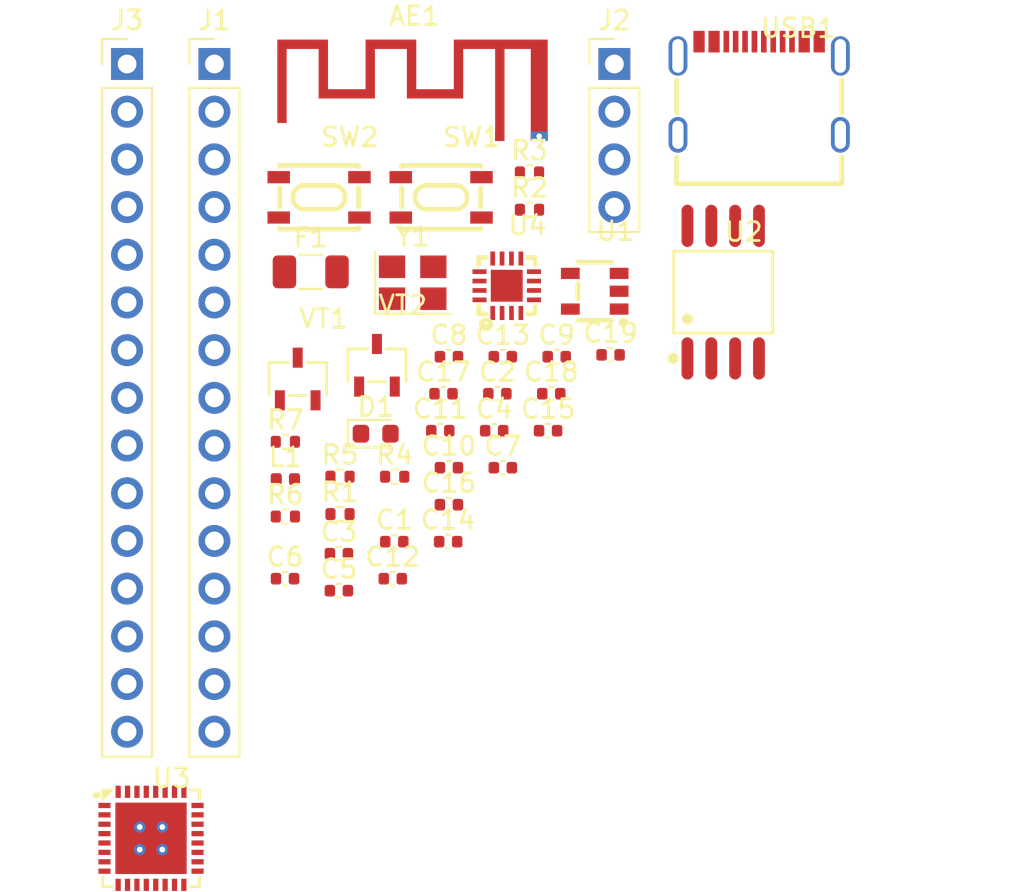
<source format=kicad_pcb>
(kicad_pcb (version 20211014) (generator pcbnew)
  (title_block (title "UINIO-MCU-ESP32C3") (date "2022-12-01") (rev "Version 1.0.0") (company "电子技术博客 UinIO.com"))
  (layers (0 "F.Cu" signal) (31 "B.Cu" signal) (34 "B.Paste" user) (35 "F.Paste" user) (36 "B.SilkS" user "B.Silkscreen") (37 "F.SilkS" user "F.Silkscreen") (38 "B.Mask" user) (39 "F.Mask" user) (44 "Edge.Cuts" user))
  (net 0 "")
  (net 1 "Net-(AE1-Pad1)")
  (net 2 "/VDD_3.3V")
  (net 3 "GND")
  (net 4 "/VDD_5V")
  (net 5 "Net-(C8-Pad1)")
  (net 6 "/CHIP_EN")
  (net 7 "Net-(C15-Pad2)")
  (net 8 "Net-(C17-Pad2)")
  (net 9 "/VDD_SPI{slash}GPIO11")
  (net 10 "Net-(D1-Pad2)")
  (net 11 "Net-(F1-Pad1)")
  (net 12 "/GPIO0{slash}U1TXD")
  (net 13 "/GPIO1{slash}U1RXD")
  (net 14 "/GPIO2")
  (net 15 "/GPIO3")
  (net 16 "/GPIO5{slash}ADC2{slash}SCL")
  (net 17 "/GPIO4{slash}ADC1{slash}SDA")
  (net 18 "/GPIO6")
  (net 19 "/GPIO7")
  (net 20 "/GPIO8{slash}PWM")
  (net 21 "/GPIO9{slash}BOOT")
  (net 22 "/GPIO10")
  (net 23 "/DTR")
  (net 24 "/U0RXD")
  (net 25 "/U0TXD")
  (net 26 "/RTS")
  (net 27 "/GPIO19{slash}USB_D+")
  (net 28 "/GPIO18{slash}USB_D-")
  (net 29 "/SPIQ")
  (net 30 "/SPID")
  (net 31 "/SPICLK")
  (net 32 "/SPICS0")
  (net 33 "/SPIWP{slash}GPIO13")
  (net 34 "/SPIHD{slash}GPIO12")
  (net 35 "Net-(R3-Pad2)")
  (net 36 "Net-(R5-Pad2)")
  (net 37 "Net-(R6-Pad2)")
  (net 39 "/USB_Data+")
  (net 40 "/USB_Data-")
  (footprint "RF_Antenna:Texas_SWRA117D_2.4GHz_Left" (layer "F.Cu") (at 158.62 91.4)
    (fp_text reference "AE1" (at -4.55 -6.41) (layer "F.SilkS"))
    (fp_text value "Antenna")
    (fp_poly (pts (xy -2.45 -2.51) (xy -4.45 -2.51) (xy -4.45 -5.15) (xy -7.15 -5.15) (xy -7.15 -2.51) (xy -9.15 -2.51) (xy -9.15 -5.15) (xy -11.85 -5.15) (xy -11.85 -0.71) (xy -11.35 -0.71) (xy -11.35 -4.65) (xy -9.65 -4.65) (xy -9.65 -2.01) (xy -6.65 -2.01) (xy -6.65 -4.65) (xy -4.95 -4.65) (xy -4.95 -2.01) (xy -1.95 -2.01) (xy -1.95 -4.65) (xy -0.25 -4.65) (xy -0.25 0.25) (xy 0.25 0.25) (xy 0.25 -4.65) (xy 1.65 -4.65) (xy 1.65 0.25) (xy 2.55 0.25) (xy 2.55 0.006785) (xy 2.247583 0.006785) (xy 2.237742 0.054395) (xy 2.213674 0.096797) (xy 2.175731 0.129581) (xy 2.167819 0.133935) (xy 2.125156 0.146043) (xy 2.076637 0.1453) (xy 2.031122 0.1324) (xy 2.012511 0.121787) (xy 1.978868 0.086553) (xy 1.958309 0.041368) (xy 1.951778 -0.008158) (xy 1.960218 -0.056417) (xy 1.977112 -0.088643) (xy 2.012372 -0.121313) (xy 2.057682 -0.141408) (xy 2.107267 -0.147982) (xy 2.155353 -0.140092) (xy 2.188245 -0.123186) (xy 2.223185 -0.086416) (xy 2.242847 -0.041622) (xy 2.247583 0.006785) (xy 2.55 0.006785) (xy 2.55 -5.15) (xy -2.45 -5.15) (xy -2.45 -2.51)) (layer "F.Cu") (width 0) (fill solid))
    (pad "1" connect rect (at 0 0) (size 0.5 0.5) (layers "F.Cu") (net 1 "Net-(AE1-Pad1)"))
    (pad "2" thru_hole rect (at 2.1 0) (size 0.9 0.5) (drill 0.3) (layers *.Cu))
  )
  (footprint "LED_SMD:LED_0603_1608Metric" (layer "F.Cu") (at 152.01 107.24)
    (fp_text reference "D1" (at 0 -1.43) (layer "F.SilkS"))
    (fp_text value "LED_Red")
    (fp_line (start 0.8 -0.735) (end -1.485 -0.735) (layer "F.SilkS") (width 0.12))
    (fp_line (start -1.485 -0.735) (end -1.485 0.735) (layer "F.SilkS") (width 0.12))
    (fp_line (start -1.485 0.735) (end 0.8 0.735) (layer "F.SilkS") (width 0.12))
    (pad "1" smd roundrect (at -0.7875 0) (size 0.875 0.95) (layers "F.Cu" "F.Paste" "F.Mask") (net 3 "GND"))
    (pad "2" smd roundrect (at 0.7875 0) (size 0.875 0.95) (layers "F.Cu" "F.Paste" "F.Mask") (net 10 "Net-(D1-Pad2)"))
  )
  (footprint "Capacitor_SMD:C_0402_1005Metric" (layer "F.Cu") (at 158.78 109.05)
    (fp_text reference "C7" (at 0 -1.16) (layer "F.SilkS"))
    (fp_text value "0.1uF")
    (fp_line (start -0.107836 -0.36) (end 0.107836 -0.36) (layer "F.SilkS") (width 0.12))
    (fp_line (start -0.107836 0.36) (end 0.107836 0.36) (layer "F.SilkS") (width 0.12))
    (pad "1" smd roundrect (at -0.48 0) (size 0.56 0.62) (layers "F.Cu" "F.Paste" "F.Mask") (net 2 "/VDD_3.3V"))
    (pad "2" smd roundrect (at 0.48 0) (size 0.56 0.62) (layers "F.Cu" "F.Paste" "F.Mask") (net 3 "GND"))
  )
  (footprint "Capacitor_SMD:C_0402_1005Metric" (layer "F.Cu") (at 152.92 114.96)
    (fp_text reference "C12" (at 0 -1.16) (layer "F.SilkS"))
    (fp_text value "10nF")
    (fp_line (start -0.107836 0.36) (end 0.107836 0.36) (layer "F.SilkS") (width 0.12))
    (fp_line (start -0.107836 -0.36) (end 0.107836 -0.36) (layer "F.SilkS") (width 0.12))
    (pad "1" smd roundrect (at -0.48 0) (size 0.56 0.62) (layers "F.Cu" "F.Paste" "F.Mask") (net 2 "/VDD_3.3V"))
    (pad "2" smd roundrect (at 0.48 0) (size 0.56 0.62) (layers "F.Cu" "F.Paste" "F.Mask") (net 3 "GND"))
  )
  (footprint "Capacitor_SMD:C_0402_1005Metric" (layer "F.Cu") (at 155.91 109.05)
    (fp_text reference "C10" (at 0 -1.16) (layer "F.SilkS"))
    (fp_text value "1uF")
    (fp_line (start -0.107836 0.36) (end 0.107836 0.36) (layer "F.SilkS") (width 0.12))
    (fp_line (start -0.107836 -0.36) (end 0.107836 -0.36) (layer "F.SilkS") (width 0.12))
    (pad "1" smd roundrect (at -0.48 0) (size 0.56 0.62) (layers "F.Cu" "F.Paste" "F.Mask") (net 2 "/VDD_3.3V"))
    (pad "2" smd roundrect (at 0.48 0) (size 0.56 0.62) (layers "F.Cu" "F.Paste" "F.Mask") (net 3 "GND"))
  )
  (footprint "Capacitor_SMD:C_0402_1005Metric" (layer "F.Cu") (at 164.52 103.04)
    (fp_text reference "C19" (at 0 -1.16) (layer "F.SilkS"))
    (fp_text value "1uF")
    (fp_line (start -0.107836 -0.36) (end 0.107836 -0.36) (layer "F.SilkS") (width 0.12))
    (fp_line (start -0.107836 0.36) (end 0.107836 0.36) (layer "F.SilkS") (width 0.12))
    (pad "1" smd roundrect (at -0.48 0) (size 0.56 0.62) (layers "F.Cu" "F.Paste" "F.Mask") (net 9 "/VDD_SPI{slash}GPIO11"))
    (pad "2" smd roundrect (at 0.48 0) (size 0.56 0.62) (layers "F.Cu" "F.Paste" "F.Mask") (net 3 "GND"))
  )
  (footprint "Capacitor_SMD:C_0402_1005Metric" (layer "F.Cu") (at 155.62 105.11)
    (fp_text reference "C17" (at 0 -1.16) (layer "F.SilkS"))
    (fp_text value "15pF")
    (fp_line (start -0.107836 0.36) (end 0.107836 0.36) (layer "F.SilkS") (width 0.12))
    (fp_line (start -0.107836 -0.36) (end 0.107836 -0.36) (layer "F.SilkS") (width 0.12))
    (pad "1" smd roundrect (at -0.48 0) (size 0.56 0.62) (layers "F.Cu" "F.Paste" "F.Mask") (net 3 "GND"))
    (pad "2" smd roundrect (at 0.48 0) (size 0.56 0.62) (layers "F.Cu" "F.Paste" "F.Mask") (net 8 "Net-(C17-Pad2)"))
  )
  (footprint "Uinio:SOT-23-3_L2.9-W1.6-P1.90-LS2.9-BL" (layer "F.Cu") (at 147.857 104.325)
    (fp_text reference "VT1" (at 0 -3.207) (layer "F.SilkS") (effects (justify left)))
    (fp_text value "S8050")
    (fp_line (start 1.536 -0.876) (end 0.495 -0.876) (layer "F.SilkS") (width 0.152))
    (fp_line (start -1.536 0.876) (end -1.536 -0.876) (layer "F.SilkS") (width 0.152))
    (fp_line (start -1.536 -0.876) (end -0.495 -0.876) (layer "F.SilkS") (width 0.152))
    (fp_line (start 1.536 0.876) (end 1.536 -0.876) (layer "F.SilkS") (width 0.152))
    (fp_line (start 0.455 0.876) (end -0.455 0.876) (layer "F.SilkS") (width 0.152))
    (pad "1" smd rect (at -0.95 1.135 270) (size 1.07 0.532) (layers "F.Cu" "F.Paste" "F.Mask") (net 36 "Net-(R5-Pad2)"))
    (pad "2" smd rect (at 0.95 1.135 270) (size 1.07 0.532) (layers "F.Cu" "F.Paste" "F.Mask") (net 26 "/RTS"))
    (pad "3" smd rect (at 0 -1.135 270) (size 1.07 0.532) (layers "F.Cu" "F.Paste" "F.Mask") (net 6 "/CHIP_EN"))
  )
  (footprint "Uinio:SOT-23-3_L2.9-W1.6-P1.90-LS2.9-BL" (layer "F.Cu") (at 152.077 103.595)
    (fp_text reference "VT2" (at 0 -3.207) (layer "F.SilkS") (effects (justify left)))
    (fp_text value "S8050")
    (fp_line (start -1.536 0.876) (end -1.536 -0.876) (layer "F.SilkS") (width 0.152))
    (fp_line (start 1.536 0.876) (end 1.536 -0.876) (layer "F.SilkS") (width 0.152))
    (fp_line (start 1.536 -0.876) (end 0.495 -0.876) (layer "F.SilkS") (width 0.152))
    (fp_line (start -1.536 -0.876) (end -0.495 -0.876) (layer "F.SilkS") (width 0.152))
    (fp_line (start 0.455 0.876) (end -0.455 0.876) (layer "F.SilkS") (width 0.152))
    (pad "1" smd rect (at -0.95 1.135 270) (size 1.07 0.532) (layers "F.Cu" "F.Paste" "F.Mask") (net 37 "Net-(R6-Pad2)"))
    (pad "2" smd rect (at 0.95 1.135 270) (size 1.07 0.532) (layers "F.Cu" "F.Paste" "F.Mask") (net 23 "/DTR"))
    (pad "3" smd rect (at 0 -1.135 270) (size 1.07 0.532) (layers "F.Cu" "F.Paste" "F.Mask") (net 21 "/GPIO9{slash}BOOT"))
  )
  (footprint "Resistor_SMD:R_0402_1005Metric" (layer "F.Cu") (at 160.2 95.31)
    (fp_text reference "R2" (at 0 -1.17) (layer "F.SilkS"))
    (fp_text value "10K")
    (fp_line (start -0.153641 -0.38) (end 0.153641 -0.38) (layer "F.SilkS") (width 0.12))
    (fp_line (start -0.153641 0.38) (end 0.153641 0.38) (layer "F.SilkS") (width 0.12))
    (pad "1" smd roundrect (at -0.51 0) (size 0.54 0.64) (layers "F.Cu" "F.Paste" "F.Mask") (net 2 "/VDD_3.3V"))
    (pad "2" smd roundrect (at 0.51 0) (size 0.54 0.64) (layers "F.Cu" "F.Paste" "F.Mask") (net 6 "/CHIP_EN"))
  )
  (footprint "Capacitor_SMD:C_0402_1005Metric" (layer "F.Cu") (at 150.05 113.63)
    (fp_text reference "C3" (at 0 -1.16) (layer "F.SilkS"))
    (fp_text value "1uF")
    (fp_line (start -0.107836 -0.36) (end 0.107836 -0.36) (layer "F.SilkS") (width 0.12))
    (fp_line (start -0.107836 0.36) (end 0.107836 0.36) (layer "F.SilkS") (width 0.12))
    (pad "1" smd roundrect (at -0.48 0) (size 0.56 0.62) (layers "F.Cu" "F.Paste" "F.Mask") (net 3 "GND"))
    (pad "2" smd roundrect (at 0.48 0) (size 0.56 0.62) (layers "F.Cu" "F.Paste" "F.Mask") (net 2 "/VDD_3.3V"))
  )
  (footprint "Capacitor_SMD:C_0402_1005Metric" (layer "F.Cu") (at 155.91 103.14)
    (fp_text reference "C8" (at 0 -1.16) (layer "F.SilkS"))
    (fp_text value "0uF")
    (fp_line (start -0.107836 0.36) (end 0.107836 0.36) (layer "F.SilkS") (width 0.12))
    (fp_line (start -0.107836 -0.36) (end 0.107836 -0.36) (layer "F.SilkS") (width 0.12))
    (pad "1" smd roundrect (at -0.48 0) (size 0.56 0.62) (layers "F.Cu" "F.Paste" "F.Mask") (net 5 "Net-(C8-Pad1)"))
    (pad "2" smd roundrect (at 0.48 0) (size 0.56 0.62) (layers "F.Cu" "F.Paste" "F.Mask") (net 3 "GND"))
  )
  (footprint "Capacitor_SMD:C_0402_1005Metric" (layer "F.Cu") (at 158.49 105.11)
    (fp_text reference "C2" (at 0 -1.16) (layer "F.SilkS"))
    (fp_text value "1uF")
    (fp_line (start -0.107836 0.36) (end 0.107836 0.36) (layer "F.SilkS") (width 0.12))
    (fp_line (start -0.107836 -0.36) (end 0.107836 -0.36) (layer "F.SilkS") (width 0.12))
    (pad "1" smd roundrect (at -0.48 0) (size 0.56 0.62) (layers "F.Cu" "F.Paste" "F.Mask") (net 3 "GND"))
    (pad "2" smd roundrect (at 0.48 0) (size 0.56 0.62) (layers "F.Cu" "F.Paste" "F.Mask") (net 4 "/VDD_5V"))
  )
  (footprint "Crystal:Crystal_SMD_3225-4Pin_3.2x2.5mm" (layer "F.Cu") (at 153.98 99.2)
    (fp_text reference "Y1" (at 0 -2.45) (layer "F.SilkS"))
    (fp_text value "40MHz")
    (fp_line (start -2 1.65) (end 2 1.65) (layer "F.SilkS") (width 0.12))
    (fp_line (start -2 -1.65) (end -2 1.65) (layer "F.SilkS") (width 0.12))
    (pad "1" smd rect (at -1.1 0.85) (size 1.4 1.2) (layers "F.Cu" "F.Paste" "F.Mask") (net 7 "Net-(C15-Pad2)"))
    (pad "2" smd rect (at 1.1 0.85) (size 1.4 1.2) (layers "F.Cu" "F.Paste" "F.Mask") (net 3 "GND"))
    (pad "3" smd rect (at 1.1 -0.85) (size 1.4 1.2) (layers "F.Cu" "F.Paste" "F.Mask") (net 8 "Net-(C17-Pad2)"))
    (pad "4" smd rect (at -1.1 -0.85) (size 1.4 1.2) (layers "F.Cu" "F.Paste" "F.Mask") (net 3 "GND"))
  )
  (footprint "Capacitor_SMD:C_0402_1005Metric" (layer "F.Cu") (at 153 112.99)
    (fp_text reference "C1" (at 0 -1.16) (layer "F.SilkS"))
    (fp_text value "1uF")
    (fp_line (start -0.107836 -0.36) (end 0.107836 -0.36) (layer "F.SilkS") (width 0.12))
    (fp_line (start -0.107836 0.36) (end 0.107836 0.36) (layer "F.SilkS") (width 0.12))
    (pad "1" smd roundrect (at -0.48 0) (size 0.56 0.62) (layers "F.Cu" "F.Paste" "F.Mask") (net 2 "/VDD_3.3V"))
    (pad "2" smd roundrect (at 0.48 0) (size 0.56 0.62) (layers "F.Cu" "F.Paste" "F.Mask") (net 3 "GND"))
  )
  (footprint "Uinio:KEY-SMD_4P-L4.2-W3.4-P2.15-LS4.7" (layer "F.Cu") (at 155.495 94.652)
    (fp_text reference "SW1" (at 0 -3.207) (layer "F.SilkS") (effects (justify left)))
    (fp_text value "复位按键")
    (fp_line (start -2.1 1.631) (end -2.1 1.7) (layer "F.SilkS") (width 0.254))
    (fp_line (start 2.1 -1.7) (end 2.1 -1.631) (layer "F.SilkS") (width 0.254))
    (fp_line (start -0.762 -0.635) (end 0.762 -0.635) (layer "F.SilkS") (width 0.254))
    (fp_line (start 2.1 1.631) (end 2.1 1.7) (layer "F.SilkS") (width 0.254))
    (fp_line (start 2.1 -0.519) (end 2.1 0.519) (layer "F.SilkS") (width 0.254))
    (fp_line (start -2.1 -1.7) (end 2.1 -1.7) (layer "F.SilkS") (width 0.254))
    (fp_line (start -2.1 -0.519) (end -2.1 0.519) (layer "F.SilkS") (width 0.254))
    (fp_line (start -2.1 -1.7) (end -2.1 -1.631) (layer "F.SilkS") (width 0.254))
    (fp_line (start -2.1 1.7) (end 2.1 1.7) (layer "F.SilkS") (width 0.254))
    (fp_line (start -0.762 0.635) (end 0.762 0.635) (layer "F.SilkS") (width 0.254))
    (fp_arc (start -0.763 0.636) (mid -1.399 0) (end -0.763 -0.636) (layer "F.SilkS") (width 0.254))
    (fp_arc (start 0.760932 -0.634) (mid 1.391012 -0.000034) (end 0.761 0.634) (layer "F.SilkS") (width 0.254))
    (pad "1" smd rect (at -2.15 -1.075 90) (size 0.65 1.2) (layers "F.Cu" "F.Paste" "F.Mask") (net 3 "GND"))
    (pad "2" smd rect (at 2.15 -1.075 90) (size 0.65 1.2) (layers "F.Cu" "F.Paste" "F.Mask") (net 3 "GND"))
    (pad "3" smd rect (at -2.15 1.075 90) (size 0.65 1.2) (layers "F.Cu" "F.Paste" "F.Mask") (net 6 "/CHIP_EN"))
    (pad "4" smd rect (at 2.15 1.075 90) (size 0.65 1.2) (layers "F.Cu" "F.Paste" "F.Mask") (net 6 "/CHIP_EN"))
  )
  (footprint "Inductor_SMD:L_0402_1005Metric" (layer "F.Cu") (at 147.2 109.66)
    (fp_text reference "L1" (at 0 -1.17) (layer "F.SilkS"))
    (fp_text value "0uH")
    (pad "1" smd roundrect (at -0.485 0) (size 0.59 0.64) (layers "F.Cu" "F.Paste" "F.Mask") (net 1 "Net-(AE1-Pad1)"))
    (pad "2" smd roundrect (at 0.485 0) (size 0.59 0.64) (layers "F.Cu" "F.Paste" "F.Mask") (net 5 "Net-(C8-Pad1)"))
  )
  (footprint "Capacitor_SMD:C_0402_1005Metric" (layer "F.Cu") (at 155.91 111.02)
    (fp_text reference "C16" (at 0 -1.16) (layer "F.SilkS"))
    (fp_text value "1uF")
    (fp_line (start -0.107836 0.36) (end 0.107836 0.36) (layer "F.SilkS") (width 0.12))
    (fp_line (start -0.107836 -0.36) (end 0.107836 -0.36) (layer "F.SilkS") (width 0.12))
    (pad "1" smd roundrect (at -0.48 0) (size 0.56 0.62) (layers "F.Cu" "F.Paste" "F.Mask") (net 2 "/VDD_3.3V"))
    (pad "2" smd roundrect (at 0.48 0) (size 0.56 0.62) (layers "F.Cu" "F.Paste" "F.Mask") (net 3 "GND"))
  )
  (footprint "Capacitor_SMD:C_0402_1005Metric" (layer "F.Cu") (at 158.78 103.14)
    (fp_text reference "C13" (at 0 -1.16) (layer "F.SilkS"))
    (fp_text value "0.1uF")
    (fp_line (start -0.107836 -0.36) (end 0.107836 -0.36) (layer "F.SilkS") (width 0.12))
    (fp_line (start -0.107836 0.36) (end 0.107836 0.36) (layer "F.SilkS") (width 0.12))
    (pad "1" smd roundrect (at -0.48 0) (size 0.56 0.62) (layers "F.Cu" "F.Paste" "F.Mask") (net 3 "GND"))
    (pad "2" smd roundrect (at 0.48 0) (size 0.56 0.62) (layers "F.Cu" "F.Paste" "F.Mask") (net 2 "/VDD_3.3V"))
  )
  (footprint "Uinio:USB-C-SMD_TYPEC-304J-BCP16" (layer "F.Cu") (at 172.43 88.841)
    (fp_text reference "USB1" (at 0 -3.207) (layer "F.SilkS") (effects (justify left)))
    (fp_text value "USB_Type_C_16Pin")
    (fp_line (start 4.4 1.304) (end 4.4 -0.441) (layer "F.SilkS") (width 0.254))
    (fp_line (start 4.4 5.081) (end 4.4 3.659) (layer "F.SilkS") (width 0.254))
    (fp_line (start -4.4 5.081) (end -4.4 3.659) (layer "F.SilkS") (width 0.254))
    (fp_line (start -4.4 5.081) (end 4.4 5.081) (layer "F.SilkS") (width 0.254))
    (fp_line (start -4.4 1.304) (end -4.4 -0.441) (layer "F.SilkS") (width 0.254))
    (pad "" np_thru_hole circle (at -2.89 -1.219) (size 0.65 0.65) (drill 0.65) (layers *.Cu *.Mask))
    (pad "" np_thru_hole circle (at 2.89 -1.219) (size 0.65 0.65) (drill 0.65) (layers *.Cu *.Mask))
    (pad "13" thru_hole oval (at -4.325 -1.719) (size 1 2.1) (drill oval 0.6 1.8) (layers *.Cu *.Mask) (net 3 "GND"))
    (pad "14" thru_hole oval (at 4.325 -1.719) (size 1 2.1) (drill oval 0.6 1.8) (layers *.Cu *.Mask) (net 3 "GND"))
    (pad "15" thru_hole oval (at -4.325 2.481) (size 1 1.9) (drill oval 0.6 1.5) (layers *.Cu *.Mask) (net 3 "GND"))
    (pad "16" thru_hole oval (at 4.325 2.481) (size 1 1.9) (drill oval 0.6 1.5) (layers *.Cu *.Mask) (net 3 "GND"))
    (pad "A1B12" smd rect (at -3.2 -2.481) (size 0.6 1.15) (layers "F.Cu" "F.Paste" "F.Mask") (net 3 "GND"))
    (pad "A4B9" smd rect (at -2.4 -2.481) (size 0.6 1.15) (layers "F.Cu" "F.Paste" "F.Mask") (net 11 "Net-(F1-Pad1)"))
    (pad "A5" smd rect (at -1.25 -2.481) (size 0.3 1.15) (layers "F.Cu" "F.Paste" "F.Mask"))
    (pad "A6" smd rect (at -0.25 -2.481) (size 0.3 1.15) (layers "F.Cu" "F.Paste" "F.Mask") (net 39 "/USB_Data+"))
    (pad "A7" smd rect (at 0.25 -2.481) (size 0.3 1.15) (layers "F.Cu" "F.Paste" "F.Mask") (net 40 "/USB_Data-"))
    (pad "A8" smd rect (at 1.25 -2.481) (size 0.3 1.15) (layers "F.Cu" "F.Paste" "F.Mask"))
    (pad "B1A12" smd rect (at 3.2 -2.481) (size 0.6 1.15) (layers "F.Cu" "F.Paste" "F.Mask") (net 3 "GND"))
    (pad "B4A9" smd rect (at 2.4 -2.481) (size 0.6 1.15) (layers "F.Cu" "F.Paste" "F.Mask") (net 11 "Net-(F1-Pad1)"))
    (pad "B5" smd rect (at 1.75 -2.481) (size 0.3 1.15) (layers "F.Cu" "F.Paste" "F.Mask"))
    (pad "B6" smd rect (at 0.75 -2.481) (size 0.3 1.15) (layers "F.Cu" "F.Paste" "F.Mask") (net 39 "/USB_Data+"))
    (pad "B7" smd rect (at -0.75 -2.481) (size 0.3 1.15) (layers "F.Cu" "F.Paste" "F.Mask") (net 40 "/USB_Data-"))
    (pad "B8" smd rect (at -1.75 -2.481) (size 0.3 1.15) (layers "F.Cu" "F.Paste" "F.Mask"))
  )
  (footprint "Uinio:KEY-SMD_4P-L4.2-W3.4-P2.15-LS4.7" (layer "F.Cu") (at 148.995 94.652)
    (fp_text reference "SW2" (at 0 -3.207) (layer "F.SilkS") (effects (justify left)))
    (fp_text value "下载按键")
    (fp_line (start -0.762 0.635) (end 0.762 0.635) (layer "F.SilkS") (width 0.254))
    (fp_line (start 2.1 -0.519) (end 2.1 0.519) (layer "F.SilkS") (width 0.254))
    (fp_line (start 2.1 -1.7) (end 2.1 -1.631) (layer "F.SilkS") (width 0.254))
    (fp_line (start -2.1 -1.7) (end -2.1 -1.631) (layer "F.SilkS") (width 0.254))
    (fp_line (start -2.1 1.631) (end -2.1 1.7) (layer "F.SilkS") (width 0.254))
    (fp_line (start 2.1 1.631) (end 2.1 1.7) (layer "F.SilkS") (width 0.254))
    (fp_line (start -2.1 -0.519) (end -2.1 0.519) (layer "F.SilkS") (width 0.254))
    (fp_line (start -2.1 1.7) (end 2.1 1.7) (layer "F.SilkS") (width 0.254))
    (fp_line (start -0.762 -0.635) (end 0.762 -0.635) (layer "F.SilkS") (width 0.254))
    (fp_line (start -2.1 -1.7) (end 2.1 -1.7) (layer "F.SilkS") (width 0.254))
    (fp_arc (start 0.760932 -0.634) (mid 1.391012 -0.000034) (end 0.761 0.634) (layer "F.SilkS") (width 0.254))
    (fp_arc (start -0.763 0.636) (mid -1.399 0) (end -0.763 -0.636) (layer "F.SilkS") (width 0.254))
    (pad "1" smd rect (at -2.15 -1.075 90) (size 0.65 1.2) (layers "F.Cu" "F.Paste" "F.Mask") (net 3 "GND"))
    (pad "2" smd rect (at 2.15 -1.075 90) (size 0.65 1.2) (layers "F.Cu" "F.Paste" "F.Mask") (net 3 "GND"))
    (pad "3" smd rect (at -2.15 1.075 90) (size 0.65 1.2) (layers "F.Cu" "F.Paste" "F.Mask") (net 21 "/GPIO9{slash}BOOT"))
    (pad "4" smd rect (at 2.15 1.075 90) (size 0.65 1.2) (layers "F.Cu" "F.Paste" "F.Mask") (net 21 "/GPIO9{slash}BOOT"))
  )
  (footprint "Uinio:TQFN-16_L3.0-W3.0-P0.50-BL-EP1.7" (layer "F.Cu") (at 158.99 99.36)
    (fp_text reference "U4" (at 0 -3.207) (layer "F.SilkS") (effects (justify left)))
    (fp_text value "CH343P")
    (fp_line (start 1.5 -1.108) (end 1.5 -1.5) (layer "F.SilkS") (width 0.254))
    (fp_line (start -1.5 -1.5) (end -1.5 -1.108) (layer "F.SilkS") (width 0.254))
    (fp_line (start -1.5 1.5) (end -1.105 1.5) (layer "F.SilkS") (width 0.254))
    (fp_line (start -1.5 -1.5) (end -1.105 -1.5) (layer "F.SilkS") (width 0.254))
    (fp_line (start 1.106 -1.5) (end 1.5 -1.5) (layer "F.SilkS") (width 0.254))
    (fp_line (start 1.5 1.5) (end 1.5 1.104) (layer "F.SilkS") (width 0.254))
    (fp_line (start -1.5 1.104) (end -1.5 1.5) (layer "F.SilkS") (width 0.254))
    (fp_line (start 1.108 1.5) (end 1.5 1.5) (layer "F.SilkS") (width 0.254))
    (fp_circle (center -1.1 2.05) (end -0.975 2.05) (layer "F.SilkS") (width 0.254) (fill none))
    (pad "1" smd rect (at -0.748 1.45) (size 0.25 0.75) (layers "F.Cu" "F.Paste" "F.Mask") (net 2 "/VDD_3.3V"))
    (pad "2" smd rect (at -0.249 1.45) (size 0.25 0.75) (layers "F.Cu" "F.Paste" "F.Mask") (net 3 "GND"))
    (pad "3" smd rect (at 0.252 1.45) (size 0.25 0.75) (layers "F.Cu" "F.Paste" "F.Mask") (net 4 "/VDD_5V"))
    (pad "4" smd rect (at 0.751 1.45) (size 0.25 0.75) (layers "F.Cu" "F.Paste" "F.Mask") (net 25 "/U0TXD"))
    (pad "5" smd rect (at 1.45 0.75) (size 0.75 0.25) (layers "F.Cu" "F.Paste" "F.Mask") (net 24 "/U0RXD"))
    (pad "6" smd rect (at 1.45 0.25) (size 0.75 0.25) (layers "F.Cu" "F.Paste" "F.Mask") (net 2 "/VDD_3.3V"))
    (pad "7" smd rect (at 1.45 -0.25) (size 0.75 0.25) (layers "F.Cu" "F.Paste" "F.Mask") (net 39 "/USB_Data+"))
    (pad "8" smd rect (at 1.45 -0.75) (size 0.75 0.25) (layers "F.Cu" "F.Paste" "F.Mask") (net 40 "/USB_Data-"))
    (pad "9" smd rect (at 0.75 -1.45) (size 0.25 0.75) (layers "F.Cu" "F.Paste" "F.Mask") (net 4 "/VDD_5V"))
    (pad "10" smd rect (at 0.25 -1.45) (size 0.25 0.75) (layers "F.Cu" "F.Paste" "F.Mask"))
    (pad "11" smd rect (at -0.25 -1.45) (size 0.25 0.75) (layers "F.Cu" "F.Paste" "F.Mask"))
    (pad "12" smd rect (at -0.749 -1.45) (size 0.25 0.75) (layers "F.Cu" "F.Paste" "F.Mask") (net 23 "/DTR"))
    (pad "13" smd rect (at -1.45 -0.75) (size 0.75 0.25) (layers "F.Cu" "F.Paste" "F.Mask") (net 26 "/RTS"))
    (pad "14" smd rect (at -1.45 -0.25) (size 0.75 0.25) (layers "F.Cu" "F.Paste" "F.Mask"))
    (pad "15" smd rect (at -1.45 0.25) (size 0.75 0.25) (layers "F.Cu" "F.Paste" "F.Mask"))
    (pad "16" smd rect (at -1.45 0.75) (size 0.75 0.25) (layers "F.Cu" "F.Paste" "F.Mask"))
    (pad "17" smd rect (at 0 0) (size 1.7 1.7) (layers "F.Cu" "F.Paste" "F.Mask") (net 3 "GND"))
  )
  (footprint "Capacitor_SMD:C_0402_1005Metric" (layer "F.Cu") (at 147.18 114.96)
    (fp_text reference "C6" (at 0 -1.16) (layer "F.SilkS"))
    (fp_text value "0uF")
    (fp_line (start -0.107836 0.36) (end 0.107836 0.36) (layer "F.SilkS") (width 0.12))
    (fp_line (start -0.107836 -0.36) (end 0.107836 -0.36) (layer "F.SilkS") (width 0.12))
    (pad "1" smd roundrect (at -0.48 0) (size 0.56 0.62) (layers "F.Cu" "F.Paste" "F.Mask") (net 1 "Net-(AE1-Pad1)"))
    (pad "2" smd roundrect (at 0.48 0) (size 0.56 0.62) (layers "F.Cu" "F.Paste" "F.Mask") (net 3 "GND"))
  )
  (footprint "Resistor_SMD:R_0402_1005Metric" (layer "F.Cu") (at 147.2 111.65)
    (fp_text reference "R6" (at 0 -1.17) (layer "F.SilkS"))
    (fp_text value "10K")
    (fp_line (start -0.153641 -0.38) (end 0.153641 -0.38) (layer "F.SilkS") (width 0.12))
    (fp_line (start -0.153641 0.38) (end 0.153641 0.38) (layer "F.SilkS") (width 0.12))
    (pad "1" smd roundrect (at -0.51 0) (size 0.54 0.64) (layers "F.Cu" "F.Paste" "F.Mask") (net 26 "/RTS"))
    (pad "2" smd roundrect (at 0.51 0) (size 0.54 0.64) (layers "F.Cu" "F.Paste" "F.Mask") (net 37 "Net-(R6-Pad2)"))
  )
  (footprint "Resistor_SMD:R_0402_1005Metric" (layer "F.Cu") (at 153.02 109.53)
    (fp_text reference "R4" (at 0 -1.17) (layer "F.SilkS"))
    (fp_text value "10K")
    (fp_line (start -0.153641 -0.38) (end 0.153641 -0.38) (layer "F.SilkS") (width 0.12))
    (fp_line (start -0.153641 0.38) (end 0.153641 0.38) (layer "F.SilkS") (width 0.12))
    (pad "1" smd roundrect (at -0.51 0) (size 0.54 0.64) (layers "F.Cu" "F.Paste" "F.Mask") (net 20 "/GPIO8{slash}PWM"))
    (pad "2" smd roundrect (at 0.51 0) (size 0.54 0.64) (layers "F.Cu" "F.Paste" "F.Mask") (net 2 "/VDD_3.3V"))
  )
  (footprint "Resistor_SMD:R_0402_1005Metric" (layer "F.Cu") (at 150.11 109.53)
    (fp_text reference "R5" (at 0 -1.17) (layer "F.SilkS"))
    (fp_text value "10K")
    (fp_line (start -0.153641 -0.38) (end 0.153641 -0.38) (layer "F.SilkS") (width 0.12))
    (fp_line (start -0.153641 0.38) (end 0.153641 0.38) (layer "F.SilkS") (width 0.12))
    (pad "1" smd roundrect (at -0.51 0) (size 0.54 0.64) (layers "F.Cu" "F.Paste" "F.Mask") (net 23 "/DTR"))
    (pad "2" smd roundrect (at 0.51 0) (size 0.54 0.64) (layers "F.Cu" "F.Paste" "F.Mask") (net 36 "Net-(R5-Pad2)"))
  )
  (footprint "Connector_PinHeader_2.54mm:PinHeader_1x15_P2.54mm_Vertical" (layer "F.Cu") (at 143.42 87.55)
    (fp_text reference "J1" (at 0 -2.33) (layer "F.SilkS"))
    (fp_text value "Conn_01x15_Male")
    (fp_line (start -1.33 1.27) (end 1.33 1.27) (layer "F.SilkS") (width 0.12))
    (fp_line (start -1.33 1.27) (end -1.33 36.89) (layer "F.SilkS") (width 0.12))
    (fp_line (start -1.33 0) (end -1.33 -1.33) (layer "F.SilkS") (width 0.12))
    (fp_line (start -1.33 -1.33) (end 0 -1.33) (layer "F.SilkS") (width 0.12))
    (fp_line (start 1.33 1.27) (end 1.33 36.89) (layer "F.SilkS") (width 0.12))
    (fp_line (start -1.33 36.89) (end 1.33 36.89) (layer "F.SilkS") (width 0.12))
    (pad "1" thru_hole rect (at 0 0) (size 1.7 1.7) (drill 1) (layers *.Cu *.Mask) (net 4 "/VDD_5V"))
    (pad "2" thru_hole oval (at 0 2.54) (size 1.7 1.7) (drill 1) (layers *.Cu *.Mask) (net 3 "GND"))
    (pad "3" thru_hole oval (at 0 5.08) (size 1.7 1.7) (drill 1) (layers *.Cu *.Mask) (net 2 "/VDD_3.3V"))
    (pad "4" thru_hole oval (at 0 7.62) (size 1.7 1.7) (drill 1) (layers *.Cu *.Mask) (net 12 "/GPIO0{slash}U1TXD"))
    (pad "5" thru_hole oval (at 0 10.16) (size 1.7 1.7) (drill 1) (layers *.Cu *.Mask) (net 13 "/GPIO1{slash}U1RXD"))
    (pad "6" thru_hole oval (at 0 12.7) (size 1.7 1.7) (drill 1) (layers *.Cu *.Mask) (net 14 "/GPIO2"))
    (pad "7" thru_hole oval (at 0 15.24) (size 1.7 1.7) (drill 1) (layers *.Cu *.Mask) (net 6 "/CHIP_EN"))
    (pad "8" thru_hole oval (at 0 17.78) (size 1.7 1.7) (drill 1) (layers *.Cu *.Mask) (net 15 "/GPIO3"))
    (pad "9" thru_hole oval (at 0 20.32) (size 1.7 1.7) (drill 1) (layers *.Cu *.Mask) (net 16 "/GPIO5{slash}ADC2{slash}SCL"))
    (pad "10" thru_hole oval (at 0 22.86) (size 1.7 1.7) (drill 1) (layers *.Cu *.Mask) (net 17 "/GPIO4{slash}ADC1{slash}SDA"))
    (pad "11" thru_hole oval (at 0 25.4) (size 1.7 1.7) (drill 1) (layers *.Cu *.Mask) (net 18 "/GPIO6"))
    (pad "12" thru_hole oval (at 0 27.94) (size 1.7 1.7) (drill 1) (layers *.Cu *.Mask) (net 19 "/GPIO7"))
    (pad "13" thru_hole oval (at 0 30.48) (size 1.7 1.7) (drill 1) (layers *.Cu *.Mask) (net 20 "/GPIO8{slash}PWM"))
    (pad "14" thru_hole oval (at 0 33.02) (size 1.7 1.7) (drill 1) (layers *.Cu *.Mask) (net 21 "/GPIO9{slash}BOOT"))
    (pad "15" thru_hole oval (at 0 35.56) (size 1.7 1.7) (drill 1) (layers *.Cu *.Mask) (net 22 "/GPIO10"))
  )
  (footprint "Capacitor_SMD:C_0402_1005Metric" (layer "F.Cu") (at 155.87 112.99)
    (fp_text reference "C14" (at 0 -1.16) (layer "F.SilkS"))
    (fp_text value "0.1uF")
    (fp_line (start -0.107836 -0.36) (end 0.107836 -0.36) (layer "F.SilkS") (width 0.12))
    (fp_line (start -0.107836 0.36) (end 0.107836 0.36) (layer "F.SilkS") (width 0.12))
    (pad "1" smd roundrect (at -0.48 0) (size 0.56 0.62) (layers "F.Cu" "F.Paste" "F.Mask") (net 2 "/VDD_3.3V"))
    (pad "2" smd roundrect (at 0.48 0) (size 0.56 0.62) (layers "F.Cu" "F.Paste" "F.Mask") (net 3 "GND"))
  )
  (footprint "Capacitor_SMD:C_0402_1005Metric" (layer "F.Cu") (at 158.32 107.08)
    (fp_text reference "C4" (at 0 -1.16) (layer "F.SilkS"))
    (fp_text value "10uF")
    (fp_line (start -0.107836 -0.36) (end 0.107836 -0.36) (layer "F.SilkS") (width 0.12))
    (fp_line (start -0.107836 0.36) (end 0.107836 0.36) (layer "F.SilkS") (width 0.12))
    (pad "1" smd roundrect (at -0.48 0) (size 0.56 0.62) (layers "F.Cu" "F.Paste" "F.Mask") (net 2 "/VDD_3.3V"))
    (pad "2" smd roundrect (at 0.48 0) (size 0.56 0.62) (layers "F.Cu" "F.Paste" "F.Mask") (net 3 "GND"))
  )
  (footprint "Connector_PinHeader_2.54mm:PinHeader_1x04_P2.54mm_Vertical" (layer "F.Cu") (at 164.72 87.55)
    (fp_text reference "J2" (at 0 -2.33) (layer "F.SilkS"))
    (fp_text value "外接串行下载接口")
    (fp_line (start 1.33 1.27) (end 1.33 8.95) (layer "F.SilkS") (width 0.12))
    (fp_line (start -1.33 0) (end -1.33 -1.33) (layer "F.SilkS") (width 0.12))
    (fp_line (start -1.33 1.27) (end 1.33 1.27) (layer "F.SilkS") (width 0.12))
    (fp_line (start -1.33 8.95) (end 1.33 8.95) (layer "F.SilkS") (width 0.12))
    (fp_line (start -1.33 -1.33) (end 0 -1.33) (layer "F.SilkS") (width 0.12))
    (fp_line (start -1.33 1.27) (end -1.33 8.95) (layer "F.SilkS") (width 0.12))
    (pad "1" thru_hole rect (at 0 0) (size 1.7 1.7) (drill 1) (layers *.Cu *.Mask) (net 23 "/DTR"))
    (pad "2" thru_hole oval (at 0 2.54) (size 1.7 1.7) (drill 1) (layers *.Cu *.Mask) (net 24 "/U0RXD"))
    (pad "3" thru_hole oval (at 0 5.08) (size 1.7 1.7) (drill 1) (layers *.Cu *.Mask) (net 25 "/U0TXD"))
    (pad "4" thru_hole oval (at 0 7.62) (size 1.7 1.7) (drill 1) (layers *.Cu *.Mask) (net 26 "/RTS"))
  )
  (footprint "Capacitor_SMD:C_0402_1005Metric" (layer "F.Cu") (at 155.45 107.08)
    (fp_text reference "C11" (at 0 -1.16) (layer "F.SilkS"))
    (fp_text value "0.1uF")
    (fp_line (start -0.107836 0.36) (end 0.107836 0.36) (layer "F.SilkS") (width 0.12))
    (fp_line (start -0.107836 -0.36) (end 0.107836 -0.36) (layer "F.SilkS") (width 0.12))
    (pad "1" smd roundrect (at -0.48 0) (size 0.56 0.62) (layers "F.Cu" "F.Paste" "F.Mask") (net 3 "GND"))
    (pad "2" smd roundrect (at 0.48 0) (size 0.56 0.62) (layers "F.Cu" "F.Paste" "F.Mask") (net 4 "/VDD_5V"))
  )
  (footprint "Fuse:Fuse_1206_3216Metric" (layer "F.Cu") (at 148.55 98.62)
    (fp_text reference "F1" (at 0 -1.82) (layer "F.SilkS"))
    (fp_text value "Polyfuse")
    (fp_line (start -0.602064 -0.91) (end 0.602064 -0.91) (layer "F.SilkS") (width 0.12))
    (fp_line (start -0.602064 0.91) (end 0.602064 0.91) (layer "F.SilkS") (width 0.12))
    (pad "1" smd roundrect (at -1.4 0) (size 1.25 1.75) (layers "F.Cu" "F.Paste" "F.Mask") (roundrect_rratio 0.2) (net 11 "Net-(F1-Pad1)"))
    (pad "2" smd roundrect (at 1.4 0) (size 1.25 1.75) (layers "F.Cu" "F.Paste" "F.Mask") (roundrect_rratio 0.2) (net 4 "/VDD_5V"))
  )
  (footprint "Resistor_SMD:R_0402_1005Metric" (layer "F.Cu") (at 150.11 111.52)
    (fp_text reference "R1" (at 0 -1.17) (layer "F.SilkS"))
    (fp_text value "2K")
    (fp_line (start -0.153641 -0.38) (end 0.153641 -0.38) (layer "F.SilkS") (width 0.12))
    (fp_line (start -0.153641 0.38) (end 0.153641 0.38) (layer "F.SilkS") (width 0.12))
    (pad "1" smd roundrect (at -0.51 0) (size 0.54 0.64) (layers "F.Cu" "F.Paste" "F.Mask") (net 10 "Net-(D1-Pad2)"))
    (pad "2" smd roundrect (at 0.51 0) (size 0.54 0.64) (layers "F.Cu" "F.Paste" "F.Mask") (net 4 "/VDD_5V"))
  )
  (footprint "Connector_PinHeader_2.54mm:PinHeader_1x15_P2.54mm_Vertical" (layer "F.Cu") (at 138.77 87.55)
    (fp_text reference "J3" (at 0 -2.33) (layer "F.SilkS"))
    (fp_text value "Conn_01x15_Male")
    (fp_line (start -1.33 -1.33) (end 0 -1.33) (layer "F.SilkS") (width 0.12))
    (fp_line (start -1.33 0) (end -1.33 -1.33) (layer "F.SilkS") (width 0.12))
    (fp_line (start -1.33 1.27) (end 1.33 1.27) (layer "F.SilkS") (width 0.12))
    (fp_line (start -1.33 1.27) (end -1.33 36.89) (layer "F.SilkS") (width 0.12))
    (fp_line (start 1.33 1.27) (end 1.33 36.89) (layer "F.SilkS") (width 0.12))
    (fp_line (start -1.33 36.89) (end 1.33 36.89) (layer "F.SilkS") (width 0.12))
    (pad "1" thru_hole rect (at 0 0) (size 1.7 1.7) (drill 1) (layers *.Cu *.Mask) (net 4 "/VDD_5V"))
    (pad "2" thru_hole oval (at 0 2.54) (size 1.7 1.7) (drill 1) (layers *.Cu *.Mask) (net 3 "GND"))
    (pad "3" thru_hole oval (at 0 5.08) (size 1.7 1.7) (drill 1) (layers *.Cu *.Mask) (net 2 "/VDD_3.3V"))
    (pad "4" thru_hole oval (at 0 7.62) (size 1.7 1.7) (drill 1) (layers *.Cu *.Mask) (net 3 "GND"))
    (pad "5" thru_hole oval (at 0 10.16) (size 1.7 1.7) (drill 1) (layers *.Cu *.Mask) (net 25 "/U0TXD"))
    (pad "6" thru_hole oval (at 0 12.7) (size 1.7 1.7) (drill 1) (layers *.Cu *.Mask) (net 24 "/U0RXD"))
    (pad "7" thru_hole oval (at 0 15.24) (size 1.7 1.7) (drill 1) (layers *.Cu *.Mask) (net 27 "/GPIO19{slash}USB_D+"))
    (pad "8" thru_hole oval (at 0 17.78) (size 1.7 1.7) (drill 1) (layers *.Cu *.Mask) (net 28 "/GPIO18{slash}USB_D-"))
    (pad "9" thru_hole oval (at 0 20.32) (size 1.7 1.7) (drill 1) (layers *.Cu *.Mask) (net 29 "/SPIQ"))
    (pad "10" thru_hole oval (at 0 22.86) (size 1.7 1.7) (drill 1) (layers *.Cu *.Mask) (net 30 "/SPID"))
    (pad "11" thru_hole oval (at 0 25.4) (size 1.7 1.7) (drill 1) (layers *.Cu *.Mask) (net 31 "/SPICLK"))
    (pad "12" thru_hole oval (at 0 27.94) (size 1.7 1.7) (drill 1) (layers *.Cu *.Mask) (net 32 "/SPICS0"))
    (pad "13" thru_hole oval (at 0 30.48) (size 1.7 1.7) (drill 1) (layers *.Cu *.Mask) (net 33 "/SPIWP{slash}GPIO13"))
    (pad "14" thru_hole oval (at 0 33.02) (size 1.7 1.7) (drill 1) (layers *.Cu *.Mask) (net 34 "/SPIHD{slash}GPIO12"))
    (pad "15" thru_hole oval (at 0 35.56) (size 1.7 1.7) (drill 1) (layers *.Cu *.Mask) (net 9 "/VDD_SPI{slash}GPIO11"))
  )
  (footprint "Uinio:SOT-23-5_L3.0-W1.7-P0.95-LS2.8-BR" (layer "F.Cu") (at 163.675 99.652)
    (fp_text reference "U1" (at 0 -3.207) (layer "F.SilkS") (effects (justify left)))
    (fp_text value "ME6211C33M5G-N")
    (fp_line (start -0.9 -1.55) (end 0.9 -1.55) (layer "F.SilkS") (width 0.254))
    (fp_line (start -0.9 0.4) (end -0.9 -0.4) (layer "F.SilkS") (width 0.254))
    (fp_line (start -0.9 1.55) (end 0.9 1.55) (layer "F.SilkS") (width 0.254))
    (fp_circle (center 1.524 1.651) (end 1.651 1.651) (layer "F.SilkS") (width 0.254) (fill none))
    (pad "1" smd rect (at 1.3 0.95) (size 1 0.6) (layers "F.Cu" "F.Paste" "F.Mask") (net 4 "/VDD_5V"))
    (pad "2" smd rect (at 1.3 0) (size 1 0.6) (layers "F.Cu" "F.Paste" "F.Mask") (net 3 "GND"))
    (pad "3" smd rect (at 1.3 -0.95) (size 1 0.6) (layers "F.Cu" "F.Paste" "F.Mask") (net 4 "/VDD_5V"))
    (pad "4" smd rect (at -1.3 -0.95) (size 1 0.6) (layers "F.Cu" "F.Paste" "F.Mask"))
    (pad "5" smd rect (at -1.3 0.95) (size 1 0.6) (layers "F.Cu" "F.Paste" "F.Mask") (net 2 "/VDD_3.3V"))
  )
  (footprint "Capacitor_SMD:C_0402_1005Metric" (layer "F.Cu") (at 161.19 107.08)
    (fp_text reference "C15" (at 0 -1.16) (layer "F.SilkS"))
    (fp_text value "15pF")
    (fp_line (start -0.107836 0.36) (end 0.107836 0.36) (layer "F.SilkS") (width 0.12))
    (fp_line (start -0.107836 -0.36) (end 0.107836 -0.36) (layer "F.SilkS") (width 0.12))
    (pad "1" smd roundrect (at -0.48 0) (size 0.56 0.62) (layers "F.Cu" "F.Paste" "F.Mask") (net 3 "GND"))
    (pad "2" smd roundrect (at 0.48 0) (size 0.56 0.62) (layers "F.Cu" "F.Paste" "F.Mask") (net 7 "Net-(C15-Pad2)"))
  )
  (footprint "Capacitor_SMD:C_0402_1005Metric" (layer "F.Cu") (at 150.05 115.6)
    (fp_text reference "C5" (at 0 -1.16) (layer "F.SilkS"))
    (fp_text value "1uF")
    (fp_line (start -0.107836 -0.36) (end 0.107836 -0.36) (layer "F.SilkS") (width 0.12))
    (fp_line (start -0.107836 0.36) (end 0.107836 0.36) (layer "F.SilkS") (width 0.12))
    (pad "1" smd roundrect (at -0.48 0) (size 0.56 0.62) (layers "F.Cu" "F.Paste" "F.Mask") (net 2 "/VDD_3.3V"))
    (pad "2" smd roundrect (at 0.48 0) (size 0.56 0.62) (layers "F.Cu" "F.Paste" "F.Mask") (net 3 "GND"))
  )
  (footprint "Resistor_SMD:R_0402_1005Metric" (layer "F.Cu") (at 147.2 107.67)
    (fp_text reference "R7" (at 0 -1.17) (layer "F.SilkS"))
    (fp_text value "10K")
    (fp_line (start -0.153641 0.38) (end 0.153641 0.38) (layer "F.SilkS") (width 0.12))
    (fp_line (start -0.153641 -0.38) (end 0.153641 -0.38) (layer "F.SilkS") (width 0.12))
    (pad "1" smd roundrect (at -0.51 0) (size 0.54 0.64) (layers "F.Cu" "F.Paste" "F.Mask") (net 21 "/GPIO9{slash}BOOT"))
    (pad "2" smd roundrect (at 0.51 0) (size 0.54 0.64) (layers "F.Cu" "F.Paste" "F.Mask") (net 2 "/VDD_3.3V"))
  )
  (footprint "Capacitor_SMD:C_0402_1005Metric" (layer "F.Cu") (at 161.36 105.11)
    (fp_text reference "C18" (at 0 -1.16) (layer "F.SilkS"))
    (fp_text value "0.1uF")
    (fp_line (start -0.107836 0.36) (end 0.107836 0.36) (layer "F.SilkS") (width 0.12))
    (fp_line (start -0.107836 -0.36) (end 0.107836 -0.36) (layer "F.SilkS") (width 0.12))
    (pad "1" smd roundrect (at -0.48 0) (size 0.56 0.62) (layers "F.Cu" "F.Paste" "F.Mask") (net 2 "/VDD_3.3V"))
    (pad "2" smd roundrect (at 0.48 0) (size 0.56 0.62) (layers "F.Cu" "F.Paste" "F.Mask") (net 3 "GND"))
  )
  (footprint "Uinio:QFN-32_L5.0-W5.0-P0.50-TL-EP3.7" (layer "F.Cu") (at 140.045 128.787)
    (fp_text reference "U3" (at 0 -3.207) (layer "F.SilkS") (effects (justify left)))
    (fp_text value "ESP32-C3")
    (fp_line (start -2.08 -2.576) (end -2.576 -2.576) (layer "F.SilkS") (width 0.152))
    (fp_line (start 2.08 -2.576) (end 2.576 -2.576) (layer "F.SilkS") (width 0.152))
    (fp_line (start -2.08 -2.576) (end -2.576 -2.08) (layer "F.SilkS") (width 0.152))
    (fp_line (start 2.08 2.576) (end 2.576 2.576) (layer "F.SilkS") (width 0.152))
    (fp_line (start 2.576 -2.576) (end 2.576 -2.08) (layer "F.SilkS") (width 0.152))
    (fp_line (start -2.576 2.576) (end -2.576 2.08) (layer "F.SilkS") (width 0.152))
    (fp_line (start -2.08 2.576) (end -2.576 2.576) (layer "F.SilkS") (width 0.152))
    (fp_line (start -2.576 -2.576) (end -2.576 -2.08) (layer "F.SilkS") (width 0.152))
    (fp_line (start 2.576 2.576) (end 2.576 2.08) (layer "F.SilkS") (width 0.152))
    (fp_circle (center -2.9 -2.3) (end -2.8 -2.3) (layer "F.SilkS") (width 0.2) (fill none))
    (fp_poly (pts (xy -2.1 -2.576) (xy -2.1 -2.557) (xy -2.576 -2.08) (xy -2.576 -2.5)) (layer "F.SilkS") (width 0.12) (fill solid))
    (pad "" thru_hole circle (at -0.6 0.6) (size 0.61 0.61) (drill 0.304) (layers *.Cu *.Mask))
    (pad "" thru_hole circle (at -0.6 -0.6) (size 0.61 0.61) (drill 0.304) (layers *.Cu *.Mask))
    (pad "" thru_hole circle (at 0.6 0.6) (size 0.61 0.61) (drill 0.304) (layers *.Cu *.Mask))
    (pad "" thru_hole circle (at 0.6 -0.6) (size 0.61 0.61) (drill 0.304) (layers *.Cu *.Mask))
    (pad "1" smd rect (at -2.478 -1.75) (size 0.65 0.28) (layers "F.Cu" "F.Paste" "F.Mask") (net 5 "Net-(C8-Pad1)"))
    (pad "2" smd rect (at -2.478 -1.25) (size 0.65 0.28) (layers "F.Cu" "F.Paste" "F.Mask") (net 2 "/VDD_3.3V"))
    (pad "3" smd rect (at -2.478 -0.75) (size 0.65 0.28) (layers "F.Cu" "F.Paste" "F.Mask") (net 2 "/VDD_3.3V"))
    (pad "4" smd rect (at -2.478 -0.25) (size 0.65 0.28) (layers "F.Cu" "F.Paste" "F.Mask") (net 12 "/GPIO0{slash}U1TXD"))
    (pad "5" smd rect (at -2.478 0.25) (size 0.65 0.28) (layers "F.Cu" "F.Paste" "F.Mask") (net 13 "/GPIO1{slash}U1RXD"))
    (pad "6" smd rect (at -2.478 0.75) (size 0.65 0.28) (layers "F.Cu" "F.Paste" "F.Mask") (net 14 "/GPIO2"))
    (pad "7" smd rect (at -2.478 1.25) (size 0.65 0.28) (layers "F.Cu" "F.Paste" "F.Mask") (net 6 "/CHIP_EN"))
    (pad "8" smd rect (at -2.478 1.75) (size 0.65 0.28) (layers "F.Cu" "F.Paste" "F.Mask") (net 15 "/GPIO3"))
    (pad "9" smd rect (at -1.75 2.478) (size 0.28 0.65) (layers "F.Cu" "F.Paste" "F.Mask") (net 17 "/GPIO4{slash}ADC1{slash}SDA"))
    (pad "10" smd rect (at -1.25 2.478) (size 0.28 0.65) (layers "F.Cu" "F.Paste" "F.Mask") (net 16 "/GPIO5{slash}ADC2{slash}SCL"))
    (pad "11" smd rect (at -0.75 2.478) (size 0.28 0.65) (layers "F.Cu" "F.Paste" "F.Mask") (net 2 "/VDD_3.3V"))
    (pad "12" smd rect (at -0.25 2.478) (size 0.28 0.65) (layers "F.Cu" "F.Paste" "F.Mask") (net 18 "/GPIO6"))
    (pad "13" smd rect (at 0.25 2.478) (size 0.28 0.65) (layers "F.Cu" "F.Paste" "F.Mask") (net 19 "/GPIO7"))
    (pad "14" smd rect (at 0.75 2.478) (size 0.28 0.65) (layers "F.Cu" "F.Paste" "F.Mask") (net 20 "/GPIO8{slash}PWM"))
    (pad "15" smd rect (at 1.25 2.478) (size 0.28 0.65) (layers "F.Cu" "F.Paste" "F.Mask") (net 21 "/GPIO9{slash}BOOT"))
    (pad "16" smd rect (at 1.75 2.478) (size 0.28 0.65) (layers "F.Cu" "F.Paste" "F.Mask") (net 22 "/GPIO10"))
    (pad "17" smd rect (at 2.478 1.75) (size 0.65 0.28) (layers "F.Cu" "F.Paste" "F.Mask") (net 2 "/VDD_3.3V"))
    (pad "18" smd rect (at 2.478 1.25) (size 0.65 0.28) (layers "F.Cu" "F.Paste" "F.Mask") (net 9 "/VDD_SPI{slash}GPIO11"))
    (pad "19" smd rect (at 2.478 0.75) (size 0.65 0.28) (layers "F.Cu" "F.Paste" "F.Mask") (net 34 "/SPIHD{slash}GPIO12"))
    (pad "20" smd rect (at 2.478 0.25) (size 0.65 0.28) (layers "F.Cu" "F.Paste" "F.Mask") (net 33 "/SPIWP{slash}GPIO13"))
    (pad "21" smd rect (at 2.478 -0.25) (size 0.65 0.28) (layers "F.Cu" "F.Paste" "F.Mask") (net 32 "/SPICS0"))
    (pad "22" smd rect (at 2.478 -0.75) (size 0.65 0.28) (layers "F.Cu" "F.Paste" "F.Mask") (net 31 "/SPICLK"))
    (pad "23" smd rect (at 2.478 -1.25) (size 0.65 0.28) (layers "F.Cu" "F.Paste" "F.Mask") (net 30 "/SPID"))
    (pad "24" smd rect (at 2.478 -1.75) (size 0.65 0.28) (layers "F.Cu" "F.Paste" "F.Mask") (net 29 "/SPIQ"))
    (pad "25" smd rect (at 1.75 -2.478) (size 0.28 0.65) (layers "F.Cu" "F.Paste" "F.Mask") (net 28 "/GPIO18{slash}USB_D-"))
    (pad "26" smd rect (at 1.25 -2.478) (size 0.28 0.65) (layers "F.Cu" "F.Paste" "F.Mask") (net 27 "/GPIO19{slash}USB_D+"))
    (pad "27" smd rect (at 0.75 -2.478) (size 0.28 0.65) (layers "F.Cu" "F.Paste" "F.Mask") (net 24 "/U0RXD"))
    (pad "28" smd rect (at 0.25 -2.478) (size 0.28 0.65) (layers "F.Cu" "F.Paste" "F.Mask") (net 25 "/U0TXD"))
    (pad "29" smd rect (at -0.25 -2.478) (size 0.28 0.65) (layers "F.Cu" "F.Paste" "F.Mask") (net 8 "Net-(C17-Pad2)"))
    (pad "30" smd rect (at -0.75 -2.478) (size 0.28 0.65) (layers "F.Cu" "F.Paste" "F.Mask") (net 35 "Net-(R3-Pad2)"))
    (pad "31" smd rect (at -1.25 -2.478) (size 0.28 0.65) (layers "F.Cu" "F.Paste" "F.Mask") (net 2 "/VDD_3.3V"))
    (pad "32" smd rect (at -1.75 -2.478) (size 0.28 0.65) (layers "F.Cu" "F.Paste" "F.Mask") (net 2 "/VDD_3.3V"))
    (pad "33" smd rect (at 0 0) (size 3.8 3.8) (layers "F.Cu" "F.Paste" "F.Mask") (net 3 "GND"))
  )
  (footprint "Capacitor_SMD:C_0402_1005Metric" (layer "F.Cu") (at 161.65 103.14)
    (fp_text reference "C9" (at 0 -1.16) (layer "F.SilkS"))
    (fp_text value "0.1uF")
    (fp_line (start -0.107836 -0.36) (end 0.107836 -0.36) (layer "F.SilkS") (width 0.12))
    (fp_line (start -0.107836 0.36) (end 0.107836 0.36) (layer "F.SilkS") (width 0.12))
    (pad "1" smd roundrect (at -0.48 0) (size 0.56 0.62) (layers "F.Cu" "F.Paste" "F.Mask") (net 6 "/CHIP_EN"))
    (pad "2" smd roundrect (at 0.48 0) (size 0.56 0.62) (layers "F.Cu" "F.Paste" "F.Mask") (net 3 "GND"))
  )
  (footprint "Uinio:SOIC-8_L5.3-W5.3-P1.27-LS8.0-BL" (layer "F.Cu") (at 170.517 99.7)
    (fp_text reference "U2" (at 0 -3.207) (layer "F.SilkS") (effects (justify left)))
    (fp_text value "W25Q128JVSSIQ")
    (fp_line (start 2.639 -2.176) (end 2.639 2.176) (layer "F.SilkS") (width 0.152))
    (fp_line (start 2.639 2.176) (end -2.639 2.176) (layer "F.SilkS") (width 0.152))
    (fp_line (start -2.639 -2.176) (end 2.639 -2.176) (layer "F.SilkS") (width 0.152))
    (fp_line (start -2.639 2.176) (end -2.639 -2.176) (layer "F.SilkS") (width 0.152))
    (fp_circle (center -1.905 1.424) (end -1.755 1.424) (layer "F.SilkS") (width 0.3) (fill none))
    (fp_circle (center -2.672 3.53) (end -2.522 3.53) (layer "F.SilkS") (width 0.3) (fill none))
    (pad "1" smd oval (at -1.905 3.53) (size 0.63 2.25) (layers "F.Cu" "F.Paste" "F.Mask") (net 32 "/SPICS0"))
    (pad "2" smd oval (at -0.635 3.53) (size 0.63 2.25) (layers "F.Cu" "F.Paste" "F.Mask") (net 29 "/SPIQ"))
    (pad "3" smd oval (at 0.635 3.53) (size 0.63 2.25) (layers "F.Cu" "F.Paste" "F.Mask") (net 2 "/VDD_3.3V"))
    (pad "4" smd oval (at 1.905 3.53) (size 0.63 2.25) (layers "F.Cu" "F.Paste" "F.Mask") (net 3 "GND"))
    (pad "5" smd oval (at 1.905 -3.53) (size 0.63 2.25) (layers "F.Cu" "F.Paste" "F.Mask") (net 30 "/SPID"))
    (pad "6" smd oval (at 0.635 -3.53) (size 0.63 2.25) (layers "F.Cu" "F.Paste" "F.Mask") (net 31 "/SPICLK"))
    (pad "7" smd oval (at -0.635 -3.53) (size 0.63 2.25) (layers "F.Cu" "F.Paste" "F.Mask") (net 2 "/VDD_3.3V"))
    (pad "8" smd oval (at -1.905 -3.53) (size 0.63 2.25) (layers "F.Cu" "F.Paste" "F.Mask") (net 2 "/VDD_3.3V"))
  )
  (footprint "Resistor_SMD:R_0402_1005Metric" (layer "F.Cu") (at 160.2 93.32)
    (fp_text reference "R3" (at 0 -1.17) (layer "F.SilkS"))
    (fp_text value "0R")
    (fp_line (start -0.153641 -0.38) (end 0.153641 -0.38) (layer "F.SilkS") (width 0.12))
    (fp_line (start -0.153641 0.38) (end 0.153641 0.38) (layer "F.SilkS") (width 0.12))
    (pad "1" smd roundrect (at -0.51 0) (size 0.54 0.64) (layers "F.Cu" "F.Paste" "F.Mask") (net 7 "Net-(C15-Pad2)"))
    (pad "2" smd roundrect (at 0.51 0) (size 0.54 0.64) (layers "F.Cu" "F.Paste" "F.Mask") (net 35 "Net-(R3-Pad2)"))
  )
)
</source>
